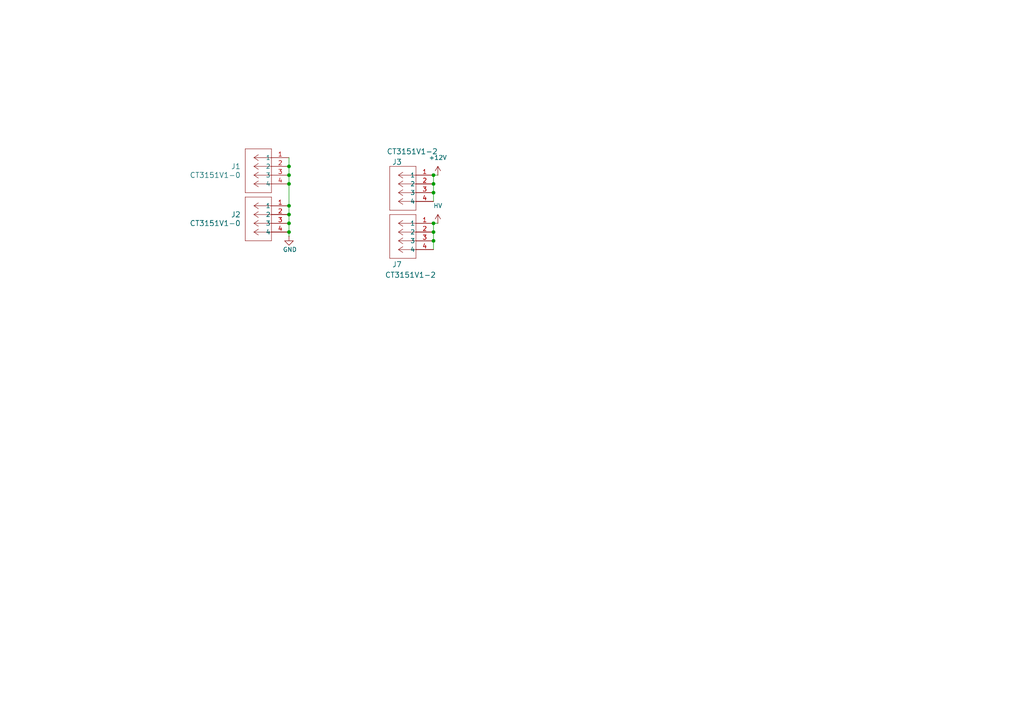
<source format=kicad_sch>
(kicad_sch (version 20231120) (generator "eeschema") (generator_version "8.0")
  (paper "A4")
  (lib_symbols
    (symbol "_PHASE:CT3151V1-0" (pin_names (offset 0.254))
      (property "Reference" "J" (at 8.89 6.35 0))
      (property "Value" "CT3151V1-0" (at 9.398 3.81 0))
      (symbol "CT3151V1-0_1_1"
        (polyline (pts (xy 5.08 -10.16) (xy 12.7 -10.16)) (stroke (width 0.127)))
        (polyline (pts (xy 5.08 2.54) (xy 5.08 -10.16)) (stroke (width 0.127)))
        (polyline (pts (xy 10.16 -7.62) (xy 5.08 -7.62)) (stroke (width 0.127)))
        (polyline (pts (xy 10.16 -7.62) (xy 8.89 -8.4667)) (stroke (width 0.127)))
        (polyline (pts (xy 10.16 -7.62) (xy 8.89 -6.7733)) (stroke (width 0.127)))
        (polyline (pts (xy 10.16 -5.08) (xy 5.08 -5.08)) (stroke (width 0.127)))
        (polyline (pts (xy 10.16 -5.08) (xy 8.89 -5.9267)) (stroke (width 0.127)))
        (polyline (pts (xy 10.16 -5.08) (xy 8.89 -4.2333)) (stroke (width 0.127)))
        (polyline (pts (xy 10.16 -2.54) (xy 5.08 -2.54)) (stroke (width 0.127)))
        (polyline (pts (xy 10.16 -2.54) (xy 8.89 -3.3867)) (stroke (width 0.127)))
        (polyline (pts (xy 10.16 -2.54) (xy 8.89 -1.6933)) (stroke (width 0.127)))
        (polyline (pts (xy 10.16 0) (xy 5.08 0)) (stroke (width 0.127)))
        (polyline (pts (xy 10.16 0) (xy 8.89 -0.8467)) (stroke (width 0.127)))
        (polyline (pts (xy 10.16 0) (xy 8.89 0.8467)) (stroke (width 0.127)))
        (polyline (pts (xy 12.7 -10.16) (xy 12.7 2.54)) (stroke (width 0.127)))
        (polyline (pts (xy 12.7 2.54) (xy 5.08 2.54)) (stroke (width 0.127)))
        (pin unspecified line (at 0 0 0) (length 5.08) (name "1") (number "1"))
        (pin unspecified line (at 0 -2.54 0) (length 5.08) (name "2") (number "2"))
        (pin unspecified line (at 0 -5.08 0) (length 5.08) (name "3") (number "3"))
        (pin unspecified line (at 0 -7.62 0) (length 5.08) (name "4") (number "4"))
      )
      (symbol "CT3151V1-0_1_2"
        (polyline (pts (xy 5.08 -10.16) (xy 12.7 -10.16)) (stroke (width 0.127)))
        (polyline (pts (xy 5.08 2.54) (xy 5.08 -10.16)) (stroke (width 0.127)))
        (polyline (pts (xy 7.62 -7.62) (xy 5.08 -7.62)) (stroke (width 0.127)))
        (polyline (pts (xy 7.62 -7.62) (xy 8.89 -8.4667)) (stroke (width 0.127)))
        (polyline (pts (xy 7.62 -7.62) (xy 8.89 -6.7733)) (stroke (width 0.127)))
        (polyline (pts (xy 7.62 -5.08) (xy 5.08 -5.08)) (stroke (width 0.127)))
        (polyline (pts (xy 7.62 -5.08) (xy 8.89 -5.9267)) (stroke (width 0.127)))
        (polyline (pts (xy 7.62 -5.08) (xy 8.89 -4.2333)) (stroke (width 0.127)))
        (polyline (pts (xy 7.62 -2.54) (xy 5.08 -2.54)) (stroke (width 0.127)))
        (polyline (pts (xy 7.62 -2.54) (xy 8.89 -3.3867)) (stroke (width 0.127)))
        (polyline (pts (xy 7.62 -2.54) (xy 8.89 -1.6933)) (stroke (width 0.127)))
        (polyline (pts (xy 7.62 0) (xy 5.08 0)) (stroke (width 0.127)))
        (polyline (pts (xy 7.62 0) (xy 8.89 -0.8467)) (stroke (width 0.127)))
        (polyline (pts (xy 7.62 0) (xy 8.89 0.8467)) (stroke (width 0.127)))
        (polyline (pts (xy 12.7 -10.16) (xy 12.7 2.54)) (stroke (width 0.127)))
        (polyline (pts (xy 12.7 2.54) (xy 5.08 2.54)) (stroke (width 0.127)))
        (pin unspecified line (at 0 0 0) (length 5.08) (name "1") (number "1"))
        (pin unspecified line (at 0 -2.54 0) (length 5.08) (name "2") (number "2"))
        (pin unspecified line (at 0 -5.08 0) (length 5.08) (name "3") (number "3"))
        (pin unspecified line (at 0 -7.62 0) (length 5.08) (name "4") (number "4"))
      )
    )
    (symbol "power:+12V" (power) (pin_numbers hide) (pin_names (offset 0) hide)
      (property "Value" "+12V" (at 0 3.556 0))
      (symbol "+12V_0_1"
        (polyline (pts (xy -0.762 1.27) (xy 0 2.54)))
        (polyline (pts (xy 0 0) (xy 0 2.54)))
        (polyline (pts (xy 0 2.54) (xy 0.762 1.27)))
      )
      (symbol "+12V_1_1"
        (pin power_in line (at 0 0 90) (length 0) (name "~") (number "1"))
      )
    )
    (symbol "power:GND" (power) (pin_numbers hide) (pin_names (offset 0) hide)
      (property "Value" "GND" (at 0 -3.81 0))
      (symbol "GND_0_1"
        (polyline (pts (xy 0 0) (xy 0 -1.27) (xy 1.27 -1.27) (xy 0 -2.54) (xy -1.27 -1.27) (xy 0 -1.27)))
      )
      (symbol "GND_1_1"
        (pin power_in line (at 0 0 270) (length 0) (name "~") (number "1"))
      )
    )
  )
  (junction (at 125.73 55.88))
  (junction (at 125.73 67.31))
  (junction (at 83.82 67.31))
  (junction (at 125.73 64.77))
  (junction (at 125.73 50.8))
  (junction (at 83.82 48.26))
  (junction (at 83.82 53.34))
  (junction (at 125.73 69.85))
  (junction (at 83.82 59.69))
  (junction (at 83.82 50.8))
  (junction (at 125.73 53.34))
  (junction (at 83.82 64.77))
  (junction (at 83.82 62.23))
  (wire (pts (xy 83.82 67.31) (xy 83.82 68.58)))
  (wire (pts (xy 83.82 50.8) (xy 83.82 53.34)))
  (wire (pts (xy 125.73 69.85) (xy 125.73 72.39)))
  (wire (pts (xy 83.82 64.77) (xy 83.82 67.31)))
  (wire (pts (xy 83.82 48.26) (xy 83.82 50.8)))
  (wire (pts (xy 83.82 62.23) (xy 83.82 64.77)))
  (wire (pts (xy 83.82 59.69) (xy 83.82 62.23)))
  (wire (pts (xy 83.82 53.34) (xy 83.82 59.69)))
  (wire (pts (xy 125.73 64.77) (xy 125.73 67.31)))
  (wire (pts (xy 125.73 67.31) (xy 125.73 69.85)))
  (wire (pts (xy 127 64.77) (xy 125.73 64.77)))
  (wire (pts (xy 125.73 55.88) (xy 125.73 58.42)))
  (wire (pts (xy 125.73 50.8) (xy 127 50.8)))
  (wire (pts (xy 83.82 45.72) (xy 83.82 48.26)))
  (wire (pts (xy 125.73 50.8) (xy 125.73 53.34)))
  (wire (pts (xy 125.73 53.34) (xy 125.73 55.88)))
  (symbol (lib_id "power:GND") (at 83.82 68.58 0) (unit 1)
    (property "Reference" "#PWR03" (effects (hide yes)))
    (property "Value" "GND" (at 84.074 72.39 0))
    (property "Description" "Power symbol creates a global label with name \"GND\" , ground" (effects (hide yes)))
  )
  (symbol (lib_id "_PHASE:CT3151V1-0") (at 83.82 45.72 0) (mirror y) (unit 1)
    (property "Reference" "J1" (at 69.85 48.2599 0) (effects (font (size 1.524 1.524)) (justify left)))
    (property "Value" "CT3151V1-0" (at 69.85 50.7999 0) (effects (font (size 1.524 1.524)) (justify left)))
    (property "Footprint" "726_footprints:banana_plug_CT3151V1-0" (effects (hide yes)))
    (property "Datasheet" "CT3151V1-0" (effects (hide yes)))
  )
  (symbol (lib_id "_PHASE:CT3151V1-0") (at 125.73 50.8 0) (mirror y) (unit 1)
    (property "Reference" "J3" (at 116.586 46.99 0) (effects (font (size 1.524 1.524)) (justify left)))
    (property "Value" "CT3151V1-2" (at 127 43.942 0) (effects (font (size 1.524 1.524)) (justify left)))
    (property "Footprint" "726_footprints:banana_plug_CT3151V1-0" (effects (hide yes)))
    (property "Datasheet" "CT3151V1-0" (effects (hide yes)))
  )
  (symbol (lib_id "_PHASE:CT3151V1-0") (at 83.82 59.69 0) (mirror y) (unit 1)
    (property "Reference" "J2" (at 69.85 62.2299 0) (effects (font (size 1.524 1.524)) (justify left)))
    (property "Value" "CT3151V1-0" (at 69.85 64.7699 0) (effects (font (size 1.524 1.524)) (justify left)))
    (property "Footprint" "726_footprints:banana_plug_CT3151V1-0" (effects (hide yes)))
    (property "Datasheet" "CT3151V1-0" (effects (hide yes)))
  )
  (symbol (lib_id "_PHASE:CT3151V1-0") (at 125.73 64.77 0) (mirror y) (unit 1)
    (property "Reference" "J7" (at 116.586 76.708 0) (effects (font (size 1.524 1.524)) (justify left)))
    (property "Value" "CT3151V1-2" (at 126.492 79.756 0) (effects (font (size 1.524 1.524)) (justify left)))
    (property "Footprint" "726_footprints:banana_plug_CT3151V1-0" (effects (hide yes)))
    (property "Datasheet" "CT3151V1-0" (effects (hide yes)))
  )
  (symbol (lib_id "power:+12V") (at 127 50.8 0) (unit 1)
    (property "Reference" "#PWR022" (effects (hide yes)))
    (property "Value" "+12V" (at 127 45.72 0))
    (property "Description" "Power symbol creates a global label with name \"+12V\"" (effects (hide yes)))
  )
  (symbol (lib_id "power:+12V") (at 127 64.77 0) (unit 1)
    (property "Reference" "#PWR066" (effects (hide yes)))
    (property "Value" "HV" (at 127 59.69 0))
    (property "Description" "Power symbol creates a global label with name \"+12V\"" (effects (hide yes)))
  )
)
</source>
